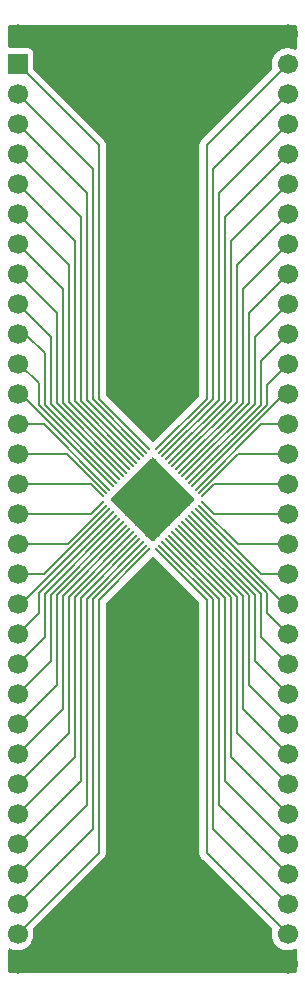
<source format=gtl>
G04 #@! TF.GenerationSoftware,KiCad,Pcbnew,9.0.6*
G04 #@! TF.CreationDate,2026-01-02T14:07:44-06:00*
G04 #@! TF.ProjectId,QFN-60_7x7,51464e2d-3630-45f3-9778-372e6b696361,rev?*
G04 #@! TF.SameCoordinates,Original*
G04 #@! TF.FileFunction,Copper,L1,Top*
G04 #@! TF.FilePolarity,Positive*
%FSLAX46Y46*%
G04 Gerber Fmt 4.6, Leading zero omitted, Abs format (unit mm)*
G04 Created by KiCad (PCBNEW 9.0.6) date 2026-01-02 14:07:44*
%MOMM*%
%LPD*%
G01*
G04 APERTURE LIST*
G04 Aperture macros list*
%AMRoundRect*
0 Rectangle with rounded corners*
0 $1 Rounding radius*
0 $2 $3 $4 $5 $6 $7 $8 $9 X,Y pos of 4 corners*
0 Add a 4 corners polygon primitive as box body*
4,1,4,$2,$3,$4,$5,$6,$7,$8,$9,$2,$3,0*
0 Add four circle primitives for the rounded corners*
1,1,$1+$1,$2,$3*
1,1,$1+$1,$4,$5*
1,1,$1+$1,$6,$7*
1,1,$1+$1,$8,$9*
0 Add four rect primitives between the rounded corners*
20,1,$1+$1,$2,$3,$4,$5,0*
20,1,$1+$1,$4,$5,$6,$7,0*
20,1,$1+$1,$6,$7,$8,$9,0*
20,1,$1+$1,$8,$9,$2,$3,0*%
%AMRotRect*
0 Rectangle, with rotation*
0 The origin of the aperture is its center*
0 $1 length*
0 $2 width*
0 $3 Rotation angle, in degrees counterclockwise*
0 Add horizontal line*
21,1,$1,$2,0,0,$3*%
G04 Aperture macros list end*
G04 #@! TA.AperFunction,HeatsinkPad*
%ADD10C,0.500000*%
G04 #@! TD*
G04 #@! TA.AperFunction,HeatsinkPad*
%ADD11RotRect,3.400000X3.400000X315.000000*%
G04 #@! TD*
G04 #@! TA.AperFunction,SMDPad,CuDef*
%ADD12RoundRect,0.050000X-0.424264X-0.353553X-0.353553X-0.424264X0.424264X0.353553X0.353553X0.424264X0*%
G04 #@! TD*
G04 #@! TA.AperFunction,SMDPad,CuDef*
%ADD13RoundRect,0.050000X-0.424264X0.353553X0.353553X-0.424264X0.424264X-0.353553X-0.353553X0.424264X0*%
G04 #@! TD*
G04 #@! TA.AperFunction,ComponentPad*
%ADD14C,1.700000*%
G04 #@! TD*
G04 #@! TA.AperFunction,ComponentPad*
%ADD15R,1.700000X1.700000*%
G04 #@! TD*
G04 #@! TA.AperFunction,ViaPad*
%ADD16C,0.600000*%
G04 #@! TD*
G04 #@! TA.AperFunction,Conductor*
%ADD17C,0.200000*%
G04 #@! TD*
G04 APERTURE END LIST*
D10*
X138430000Y-122855289D03*
X139455305Y-121829984D03*
X140480610Y-120804679D03*
X137404695Y-121829984D03*
D11*
X138430000Y-120804679D03*
D10*
X138430000Y-120804679D03*
X139455305Y-119779374D03*
X136379390Y-120804679D03*
X137404695Y-119779374D03*
X138430000Y-118754069D03*
D12*
X139031040Y-116243841D03*
X139313883Y-116526683D03*
X139596726Y-116809526D03*
X139879569Y-117092368D03*
X140162411Y-117375210D03*
X140445254Y-117658054D03*
X140728097Y-117940897D03*
X141010939Y-118223740D03*
X141293782Y-118506582D03*
X141576625Y-118789425D03*
X141859469Y-119072268D03*
X142142311Y-119355110D03*
X142425153Y-119637953D03*
X142707996Y-119920796D03*
X142990838Y-120203639D03*
X137828960Y-125365517D03*
X137546117Y-125082675D03*
X137263274Y-124799832D03*
X136980431Y-124516990D03*
X136697589Y-124234148D03*
X136414746Y-123951304D03*
X136131903Y-123668461D03*
X135849061Y-123385618D03*
X135566218Y-123102776D03*
X135283375Y-122819933D03*
X135000531Y-122537090D03*
X134717689Y-122254248D03*
X134434847Y-121971405D03*
X134152004Y-121688562D03*
X133869162Y-121405719D03*
D13*
X133869162Y-120203639D03*
X134152004Y-119920796D03*
X135000531Y-119072268D03*
X136980431Y-117092368D03*
X134717689Y-119355110D03*
X135283375Y-118789425D03*
X135566218Y-118506582D03*
X136131903Y-117940897D03*
X136414746Y-117658054D03*
X136697589Y-117375210D03*
X137546117Y-116526683D03*
X137828960Y-116243841D03*
X134434847Y-119637953D03*
X135849061Y-118223740D03*
X137263274Y-116809526D03*
X142990838Y-121405719D03*
X140728097Y-123668461D03*
X141859469Y-122537090D03*
X139879569Y-124516990D03*
X142425153Y-121971405D03*
X141293782Y-123102776D03*
X140445254Y-123951304D03*
X142142311Y-122254248D03*
X139031040Y-125365517D03*
X141576625Y-122819933D03*
X141010939Y-123385618D03*
X139596726Y-124799832D03*
X142707996Y-121688562D03*
X140162411Y-124234148D03*
X139313883Y-125082675D03*
D14*
X127000000Y-81424250D03*
D15*
X127000000Y-83964250D03*
D14*
X127000000Y-86504250D03*
X127000000Y-89044250D03*
X127000000Y-91584250D03*
X127000000Y-94124250D03*
X127000000Y-96664250D03*
X127000000Y-99204250D03*
X127000000Y-101744250D03*
X127000000Y-104284250D03*
X127000000Y-106824250D03*
X127000000Y-109364250D03*
X127000000Y-111904250D03*
X127000000Y-114444250D03*
X127000000Y-116984250D03*
X127000000Y-119524250D03*
X127000000Y-122064250D03*
X127000000Y-124604250D03*
X127000000Y-127144250D03*
X127000000Y-129684250D03*
X127000000Y-132224250D03*
X127000000Y-134764250D03*
X127000000Y-137304250D03*
X127000000Y-139844250D03*
X127000000Y-142384250D03*
X127000000Y-144924250D03*
X127000000Y-147464250D03*
X127000000Y-150004250D03*
X127000000Y-152544250D03*
X127000000Y-155084250D03*
X127000000Y-157624250D03*
X127000000Y-160164250D03*
X149860000Y-81424250D03*
X149860000Y-83964250D03*
X149860000Y-86504250D03*
X149860000Y-89044250D03*
X149860000Y-91584250D03*
X149860000Y-94124250D03*
X149860000Y-96664250D03*
X149860000Y-99204250D03*
X149860000Y-101744250D03*
X149860000Y-104284250D03*
X149860000Y-106824250D03*
X149860000Y-109364250D03*
X149860000Y-111904250D03*
X149860000Y-114444250D03*
X149860000Y-116984250D03*
X149860000Y-119524250D03*
X149860000Y-122064250D03*
X149860000Y-124604250D03*
X149860000Y-127144250D03*
X149860000Y-129684250D03*
X149860000Y-132224250D03*
X149860000Y-134764250D03*
X149860000Y-137304250D03*
X149860000Y-139844250D03*
X149860000Y-142384250D03*
X149860000Y-144924250D03*
X149860000Y-147464250D03*
X149860000Y-150004250D03*
X149860000Y-152544250D03*
X149860000Y-155084250D03*
X149860000Y-157624250D03*
X149860000Y-160164250D03*
D16*
X138430000Y-147320000D03*
X138430000Y-94361000D03*
X138430000Y-115443000D03*
X138430000Y-126238000D03*
D17*
X143002000Y-150766250D02*
X149860000Y-157624250D01*
X143002000Y-129336477D02*
X143002000Y-150766250D01*
X139031040Y-125365517D02*
X143002000Y-129336477D01*
X143510000Y-148734250D02*
X149860000Y-155084250D01*
X143510000Y-129278792D02*
X143510000Y-148734250D01*
X139313883Y-125082675D02*
X143510000Y-129278792D01*
X144018000Y-129221106D02*
X144018000Y-146702250D01*
X139596726Y-124799832D02*
X144018000Y-129221106D01*
X144018000Y-146702250D02*
X149860000Y-152544250D01*
X144526000Y-129163421D02*
X144526000Y-144670250D01*
X144526000Y-144670250D02*
X149860000Y-150004250D01*
X139879569Y-124516990D02*
X144526000Y-129163421D01*
X145034000Y-129105737D02*
X145034000Y-142638250D01*
X145034000Y-142638250D02*
X149860000Y-147464250D01*
X140162411Y-124234148D02*
X145034000Y-129105737D01*
X145542000Y-140606250D02*
X149860000Y-144924250D01*
X145542000Y-129048050D02*
X145542000Y-140606250D01*
X140445254Y-123951304D02*
X145542000Y-129048050D01*
X146050000Y-138574250D02*
X149860000Y-142384250D01*
X146050000Y-128990364D02*
X146050000Y-138574250D01*
X140728097Y-123668461D02*
X146050000Y-128990364D01*
X146558000Y-136542250D02*
X149860000Y-139844250D01*
X146558000Y-128932679D02*
X146558000Y-136542250D01*
X141010939Y-123385618D02*
X146558000Y-128932679D01*
X147066000Y-134510250D02*
X149860000Y-137304250D01*
X147066000Y-128874994D02*
X147066000Y-134510250D01*
X141293782Y-123102776D02*
X147066000Y-128874994D01*
X147574000Y-132478250D02*
X149860000Y-134764250D01*
X147574000Y-128817308D02*
X147574000Y-132478250D01*
X141576625Y-122819933D02*
X147574000Y-128817308D01*
X148082000Y-130446250D02*
X149860000Y-132224250D01*
X148082000Y-128759621D02*
X148082000Y-130446250D01*
X141859469Y-122537090D02*
X148082000Y-128759621D01*
X149572313Y-129684250D02*
X149860000Y-129684250D01*
X142142311Y-122254248D02*
X149572313Y-129684250D01*
X147597998Y-127144250D02*
X149860000Y-127144250D01*
X142425153Y-121971405D02*
X147597998Y-127144250D01*
X142707996Y-121688562D02*
X145623684Y-124604250D01*
X145623684Y-124604250D02*
X149860000Y-124604250D01*
X143649369Y-122064250D02*
X149860000Y-122064250D01*
X142990838Y-121405719D02*
X143649369Y-122064250D01*
X133858000Y-150766250D02*
X127000000Y-157624250D01*
X133858000Y-129336477D02*
X133858000Y-150766250D01*
X137828960Y-125365517D02*
X133858000Y-129336477D01*
X133350000Y-148734250D02*
X127000000Y-155084250D01*
X133350000Y-129278792D02*
X133350000Y-148734250D01*
X137546117Y-125082675D02*
X133350000Y-129278792D01*
X132842000Y-146702250D02*
X127000000Y-152544250D01*
X132842000Y-129221106D02*
X132842000Y-146702250D01*
X137263274Y-124799832D02*
X132842000Y-129221106D01*
X132334000Y-144670250D02*
X127000000Y-150004250D01*
X132334000Y-129163421D02*
X132334000Y-144670250D01*
X136980431Y-124516990D02*
X132334000Y-129163421D01*
X131826000Y-142638250D02*
X127000000Y-147464250D01*
X131826000Y-129105737D02*
X131826000Y-142638250D01*
X136697589Y-124234148D02*
X131826000Y-129105737D01*
X131318000Y-140606250D02*
X127000000Y-144924250D01*
X131318000Y-129048050D02*
X131318000Y-140606250D01*
X136414746Y-123951304D02*
X131318000Y-129048050D01*
X130810000Y-138574250D02*
X127000000Y-142384250D01*
X130810000Y-128990364D02*
X130810000Y-138574250D01*
X136131903Y-123668461D02*
X130810000Y-128990364D01*
X130302000Y-136542250D02*
X127000000Y-139844250D01*
X135849061Y-123385618D02*
X130302000Y-128932679D01*
X130302000Y-128932679D02*
X130302000Y-136542250D01*
X129794000Y-128874994D02*
X129794000Y-134510250D01*
X135566218Y-123102776D02*
X129794000Y-128874994D01*
X129794000Y-134510250D02*
X127000000Y-137304250D01*
X129286000Y-128817308D02*
X129286000Y-132478250D01*
X129286000Y-132478250D02*
X127000000Y-134764250D01*
X135283375Y-122819933D02*
X129286000Y-128817308D01*
X128778000Y-128759621D02*
X128778000Y-130446250D01*
X135000531Y-122537090D02*
X128778000Y-128759621D01*
X128778000Y-130446250D02*
X127000000Y-132224250D01*
X127287687Y-129684250D02*
X127000000Y-129684250D01*
X134717689Y-122254248D02*
X127287687Y-129684250D01*
X129262002Y-127144250D02*
X127000000Y-127144250D01*
X134434847Y-121971405D02*
X129262002Y-127144250D01*
X131236316Y-124604250D02*
X127000000Y-124604250D01*
X134152004Y-121688562D02*
X131236316Y-124604250D01*
X133210631Y-122064250D02*
X127000000Y-122064250D01*
X133869162Y-121405719D02*
X133210631Y-122064250D01*
X133858000Y-90822250D02*
X127000000Y-83964250D01*
X133858000Y-112272881D02*
X133858000Y-90822250D01*
X137828960Y-116243841D02*
X133858000Y-112272881D01*
X133350000Y-92854250D02*
X127000000Y-86504250D01*
X133350000Y-112330566D02*
X133350000Y-92854250D01*
X137546117Y-116526683D02*
X133350000Y-112330566D01*
X132842000Y-94886250D02*
X127000000Y-89044250D01*
X132842000Y-112388252D02*
X132842000Y-94886250D01*
X137263274Y-116809526D02*
X132842000Y-112388252D01*
X132334000Y-96918250D02*
X127000000Y-91584250D01*
X136980431Y-117092368D02*
X132334000Y-112445937D01*
X132334000Y-112445937D02*
X132334000Y-96918250D01*
X136697589Y-117375210D02*
X131826000Y-112503621D01*
X131826000Y-112503621D02*
X131826000Y-98950250D01*
X131826000Y-98950250D02*
X127000000Y-94124250D01*
X131318000Y-100982250D02*
X127000000Y-96664250D01*
X131318000Y-112561308D02*
X131318000Y-100982250D01*
X136414746Y-117658054D02*
X131318000Y-112561308D01*
X130810000Y-103014250D02*
X127000000Y-99204250D01*
X136131903Y-117940897D02*
X130810000Y-112618994D01*
X130810000Y-112618994D02*
X130810000Y-103014250D01*
X130302000Y-105046250D02*
X127000000Y-101744250D01*
X130302000Y-112676679D02*
X130302000Y-105046250D01*
X135849061Y-118223740D02*
X130302000Y-112676679D01*
X129794000Y-107078250D02*
X127000000Y-104284250D01*
X129794000Y-112734364D02*
X129794000Y-107078250D01*
X135566218Y-118506582D02*
X129794000Y-112734364D01*
X127652250Y-106824250D02*
X127000000Y-106824250D01*
X129286000Y-112792050D02*
X129286000Y-108458000D01*
X135283375Y-118789425D02*
X129286000Y-112792050D01*
X129286000Y-108458000D02*
X127652250Y-106824250D01*
X127144250Y-109364250D02*
X127000000Y-109364250D01*
X128778000Y-110998000D02*
X127144250Y-109364250D01*
X128778000Y-112849737D02*
X128778000Y-110998000D01*
X135000531Y-119072268D02*
X128778000Y-112849737D01*
X134717689Y-119355110D02*
X127266829Y-111904250D01*
X127266829Y-111904250D02*
X127000000Y-111904250D01*
X134434847Y-119637953D02*
X129241144Y-114444250D01*
X129241144Y-114444250D02*
X127000000Y-114444250D01*
X131215458Y-116984250D02*
X127000000Y-116984250D01*
X134152004Y-119920796D02*
X131215458Y-116984250D01*
X133189773Y-119524250D02*
X127000000Y-119524250D01*
X133869162Y-120203639D02*
X133189773Y-119524250D01*
X143002000Y-90822250D02*
X149860000Y-83964250D01*
X143002000Y-112272881D02*
X143002000Y-90822250D01*
X139031040Y-116243841D02*
X143002000Y-112272881D01*
X143510000Y-112330566D02*
X143510000Y-92854250D01*
X139313883Y-116526683D02*
X143510000Y-112330566D01*
X143510000Y-92854250D02*
X149860000Y-86504250D01*
X144018000Y-94886250D02*
X149860000Y-89044250D01*
X144018000Y-112388252D02*
X144018000Y-94886250D01*
X139596726Y-116809526D02*
X144018000Y-112388252D01*
X144526000Y-96918250D02*
X149860000Y-91584250D01*
X144526000Y-112445937D02*
X144526000Y-96918250D01*
X139879569Y-117092368D02*
X144526000Y-112445937D01*
X145034000Y-98950250D02*
X149860000Y-94124250D01*
X145034000Y-112503621D02*
X145034000Y-98950250D01*
X140162411Y-117375210D02*
X145034000Y-112503621D01*
X145542000Y-100982250D02*
X149860000Y-96664250D01*
X145542000Y-112561308D02*
X145542000Y-100982250D01*
X140445254Y-117658054D02*
X145542000Y-112561308D01*
X146050000Y-103014250D02*
X149860000Y-99204250D01*
X146050000Y-112618994D02*
X146050000Y-103014250D01*
X140728097Y-117940897D02*
X146050000Y-112618994D01*
X146558000Y-105046250D02*
X149860000Y-101744250D01*
X146558000Y-112676679D02*
X146558000Y-105046250D01*
X141010939Y-118223740D02*
X146558000Y-112676679D01*
X147066000Y-107078250D02*
X149860000Y-104284250D01*
X147066000Y-112734364D02*
X147066000Y-107078250D01*
X141293782Y-118506582D02*
X147066000Y-112734364D01*
X147574000Y-112792050D02*
X147574000Y-109110250D01*
X141576625Y-118789425D02*
X147574000Y-112792050D01*
X147574000Y-109110250D02*
X149860000Y-106824250D01*
X148082000Y-111142250D02*
X149860000Y-109364250D01*
X148082000Y-112849737D02*
X148082000Y-111142250D01*
X141859469Y-119072268D02*
X148082000Y-112849737D01*
X149593171Y-111904250D02*
X149860000Y-111904250D01*
X142142311Y-119355110D02*
X149593171Y-111904250D01*
X147618856Y-114444250D02*
X149860000Y-114444250D01*
X142425153Y-119637953D02*
X147618856Y-114444250D01*
X145644542Y-116984250D02*
X149860000Y-116984250D01*
X142707996Y-119920796D02*
X145644542Y-116984250D01*
X143670227Y-119524250D02*
X149860000Y-119524250D01*
X142990838Y-120203639D02*
X143670227Y-119524250D01*
G04 #@! TA.AperFunction,Conductor*
G36*
X138473334Y-125672892D02*
G01*
X138517681Y-125701393D01*
X142365181Y-129548893D01*
X142398666Y-129610216D01*
X142401500Y-129636574D01*
X142401500Y-150679580D01*
X142401499Y-150679598D01*
X142401499Y-150845304D01*
X142401498Y-150845304D01*
X142401499Y-150845307D01*
X142442423Y-150998035D01*
X142442424Y-150998036D01*
X142446298Y-151004748D01*
X142446300Y-151004750D01*
X142521477Y-151134962D01*
X142521481Y-151134967D01*
X142640349Y-151253835D01*
X142640355Y-151253840D01*
X148526241Y-157139726D01*
X148559726Y-157201049D01*
X148556492Y-157265723D01*
X148542753Y-157308007D01*
X148509500Y-157517963D01*
X148509500Y-157730536D01*
X148542753Y-157940489D01*
X148608444Y-158142664D01*
X148704951Y-158332070D01*
X148829890Y-158504036D01*
X148980213Y-158654359D01*
X149152179Y-158779298D01*
X149152181Y-158779299D01*
X149152184Y-158779301D01*
X149341588Y-158875807D01*
X149543757Y-158941496D01*
X149753713Y-158974750D01*
X149753714Y-158974750D01*
X149966286Y-158974750D01*
X149966287Y-158974750D01*
X150176243Y-158941496D01*
X150378412Y-158875807D01*
X150449205Y-158839735D01*
X150517874Y-158826840D01*
X150582614Y-158853116D01*
X150622872Y-158910222D01*
X150629500Y-158950221D01*
X150629500Y-160792500D01*
X150609815Y-160859539D01*
X150557011Y-160905294D01*
X150505500Y-160916500D01*
X126354500Y-160916500D01*
X126287461Y-160896815D01*
X126241706Y-160844011D01*
X126230500Y-160792500D01*
X126230500Y-158950221D01*
X126250185Y-158883182D01*
X126302989Y-158837427D01*
X126372147Y-158827483D01*
X126410793Y-158839735D01*
X126481588Y-158875807D01*
X126683757Y-158941496D01*
X126893713Y-158974750D01*
X126893714Y-158974750D01*
X127106286Y-158974750D01*
X127106287Y-158974750D01*
X127316243Y-158941496D01*
X127518412Y-158875807D01*
X127707816Y-158779301D01*
X127729789Y-158763336D01*
X127879786Y-158654359D01*
X127879788Y-158654356D01*
X127879792Y-158654354D01*
X128030104Y-158504042D01*
X128030106Y-158504038D01*
X128030109Y-158504036D01*
X128155048Y-158332070D01*
X128155047Y-158332070D01*
X128155051Y-158332066D01*
X128251557Y-158142662D01*
X128317246Y-157940493D01*
X128350500Y-157730537D01*
X128350500Y-157517963D01*
X128317246Y-157308007D01*
X128303506Y-157265723D01*
X128301512Y-157195885D01*
X128333755Y-157139728D01*
X134338520Y-151134966D01*
X134417577Y-150998034D01*
X134458501Y-150845307D01*
X134458501Y-150687192D01*
X134458501Y-150679589D01*
X134458500Y-150679579D01*
X134458500Y-129636574D01*
X134478185Y-129569535D01*
X134494819Y-129548893D01*
X138342319Y-125701393D01*
X138403642Y-125667908D01*
X138473334Y-125672892D01*
G37*
G04 #@! TD.AperFunction*
G04 #@! TA.AperFunction,Conductor*
G36*
X138443825Y-117256212D02*
G01*
X138473334Y-117258323D01*
X138478938Y-117261924D01*
X138483586Y-117262681D01*
X138512920Y-117282308D01*
X138515364Y-117284506D01*
X138601545Y-117370687D01*
X138671609Y-117425728D01*
X138673111Y-117426380D01*
X138680817Y-117433311D01*
X138695406Y-117448905D01*
X138729604Y-117492436D01*
X138752722Y-117521864D01*
X138752724Y-117521866D01*
X138752728Y-117521871D01*
X138884379Y-117653522D01*
X138884383Y-117653525D01*
X138884388Y-117653530D01*
X138954452Y-117708571D01*
X138954453Y-117708571D01*
X138957346Y-117710844D01*
X138978253Y-117731752D01*
X139035566Y-117804708D01*
X139167228Y-117936370D01*
X139240186Y-117993685D01*
X139261093Y-118014591D01*
X139263366Y-118017484D01*
X139318407Y-118087548D01*
X139318409Y-118087550D01*
X139318413Y-118087555D01*
X139450070Y-118219212D01*
X139523027Y-118276526D01*
X139543934Y-118297433D01*
X139601251Y-118370394D01*
X139732913Y-118502056D01*
X139805870Y-118559370D01*
X139826777Y-118580276D01*
X139860975Y-118623807D01*
X139884093Y-118653235D01*
X139884095Y-118653237D01*
X139884099Y-118653242D01*
X140015756Y-118784899D01*
X140088713Y-118842213D01*
X140109621Y-118863120D01*
X140111893Y-118866012D01*
X140111894Y-118866014D01*
X140166935Y-118936078D01*
X140166938Y-118936081D01*
X140166942Y-118936086D01*
X140298592Y-119067736D01*
X140298596Y-119067739D01*
X140298601Y-119067744D01*
X140368665Y-119122785D01*
X140368666Y-119122785D01*
X140371559Y-119125058D01*
X140392466Y-119145966D01*
X140449779Y-119218922D01*
X140581441Y-119350584D01*
X140654398Y-119407898D01*
X140675305Y-119428804D01*
X140709503Y-119472335D01*
X140732621Y-119501763D01*
X140732623Y-119501765D01*
X140732627Y-119501770D01*
X140864278Y-119633421D01*
X140864282Y-119633424D01*
X140864287Y-119633429D01*
X140934351Y-119688470D01*
X140934352Y-119688470D01*
X140937245Y-119690743D01*
X140958152Y-119711651D01*
X141015466Y-119784608D01*
X141147128Y-119916270D01*
X141220086Y-119973585D01*
X141240993Y-119994491D01*
X141243266Y-119997384D01*
X141298307Y-120067448D01*
X141298309Y-120067450D01*
X141298313Y-120067455D01*
X141429970Y-120199112D01*
X141502927Y-120256426D01*
X141523835Y-120277333D01*
X141526107Y-120280225D01*
X141526108Y-120280227D01*
X141581149Y-120350291D01*
X141581152Y-120350294D01*
X141581156Y-120350299D01*
X141712812Y-120481955D01*
X141785769Y-120539269D01*
X141801364Y-120553858D01*
X141808298Y-120561568D01*
X141808951Y-120563070D01*
X141863992Y-120633134D01*
X141950172Y-120719314D01*
X141952371Y-120721759D01*
X141966109Y-120750428D01*
X141981340Y-120778321D01*
X141981097Y-120781706D01*
X141982565Y-120784768D01*
X141978623Y-120816310D01*
X141976356Y-120848013D01*
X141974252Y-120851286D01*
X141973901Y-120854098D01*
X141967572Y-120861680D01*
X141947855Y-120892360D01*
X141863998Y-120976216D01*
X141806678Y-121049181D01*
X141785772Y-121070087D01*
X141712807Y-121127407D01*
X141581154Y-121259060D01*
X141523830Y-121332028D01*
X141502925Y-121352933D01*
X141429965Y-121410250D01*
X141298313Y-121541902D01*
X141240993Y-121614866D01*
X141220087Y-121635772D01*
X141147123Y-121693092D01*
X141015471Y-121824744D01*
X140958152Y-121897707D01*
X140937246Y-121918613D01*
X140864279Y-121975935D01*
X140732627Y-122107587D01*
X140675307Y-122180552D01*
X140654401Y-122201458D01*
X140581436Y-122258778D01*
X140449784Y-122390430D01*
X140392467Y-122463390D01*
X140371562Y-122484295D01*
X140298594Y-122541619D01*
X140166940Y-122673273D01*
X140109616Y-122746241D01*
X140088711Y-122767146D01*
X140015751Y-122824463D01*
X139884099Y-122956115D01*
X139826779Y-123029080D01*
X139805873Y-123049986D01*
X139732908Y-123107306D01*
X139601256Y-123238958D01*
X139543934Y-123311925D01*
X139523028Y-123332831D01*
X139450065Y-123390150D01*
X139318413Y-123521802D01*
X139261093Y-123594766D01*
X139240187Y-123615672D01*
X139167223Y-123672992D01*
X139035571Y-123804644D01*
X138978254Y-123877604D01*
X138957349Y-123898509D01*
X138884381Y-123955833D01*
X138752728Y-124087486D01*
X138695408Y-124160451D01*
X138680819Y-124176045D01*
X138673110Y-124182977D01*
X138671609Y-124183630D01*
X138601545Y-124238671D01*
X138515364Y-124324851D01*
X138512920Y-124327050D01*
X138484250Y-124340788D01*
X138456358Y-124356019D01*
X138452972Y-124355776D01*
X138449911Y-124357244D01*
X138418368Y-124353302D01*
X138386666Y-124351035D01*
X138383392Y-124348931D01*
X138380581Y-124348580D01*
X138372998Y-124342251D01*
X138342319Y-124322534D01*
X138258462Y-124238677D01*
X138258457Y-124238673D01*
X138258455Y-124238671D01*
X138229027Y-124215553D01*
X138185496Y-124181355D01*
X138164590Y-124160448D01*
X138107276Y-124087491D01*
X137975620Y-123955835D01*
X137975615Y-123955831D01*
X137975612Y-123955828D01*
X137905548Y-123900787D01*
X137905546Y-123900786D01*
X137902654Y-123898514D01*
X137881747Y-123877606D01*
X137824433Y-123804649D01*
X137692776Y-123672992D01*
X137692771Y-123672988D01*
X137692769Y-123672986D01*
X137622705Y-123617945D01*
X137619812Y-123615672D01*
X137598906Y-123594765D01*
X137541591Y-123521807D01*
X137409929Y-123390145D01*
X137336972Y-123332831D01*
X137316064Y-123311924D01*
X137284497Y-123271741D01*
X137258750Y-123238966D01*
X137258745Y-123238961D01*
X137258742Y-123238957D01*
X137127091Y-123107306D01*
X137127086Y-123107302D01*
X137127084Y-123107300D01*
X137097656Y-123084182D01*
X137054125Y-123049984D01*
X137033219Y-123029077D01*
X136975905Y-122956120D01*
X136844243Y-122824458D01*
X136771287Y-122767145D01*
X136750379Y-122746238D01*
X136748106Y-122743344D01*
X136693065Y-122673280D01*
X136693060Y-122673275D01*
X136693057Y-122673271D01*
X136561407Y-122541621D01*
X136561402Y-122541617D01*
X136561399Y-122541614D01*
X136491335Y-122486573D01*
X136491333Y-122486572D01*
X136488441Y-122484300D01*
X136467534Y-122463392D01*
X136410220Y-122390435D01*
X136278563Y-122258778D01*
X136278558Y-122258774D01*
X136278556Y-122258772D01*
X136249128Y-122235654D01*
X136205597Y-122201456D01*
X136184691Y-122180549D01*
X136127377Y-122107592D01*
X135995715Y-121975930D01*
X135922754Y-121918613D01*
X135901847Y-121897706D01*
X135844533Y-121824749D01*
X135712876Y-121693092D01*
X135712871Y-121693088D01*
X135712869Y-121693086D01*
X135642805Y-121638045D01*
X135639912Y-121635772D01*
X135619006Y-121614865D01*
X135561691Y-121541907D01*
X135430029Y-121410245D01*
X135357073Y-121352932D01*
X135336165Y-121332025D01*
X135333892Y-121329131D01*
X135278851Y-121259067D01*
X135278846Y-121259062D01*
X135278843Y-121259058D01*
X135147192Y-121127407D01*
X135147187Y-121127403D01*
X135147185Y-121127401D01*
X135117757Y-121104283D01*
X135074226Y-121070085D01*
X135058632Y-121055496D01*
X135051701Y-121047790D01*
X135051049Y-121046288D01*
X134996008Y-120976224D01*
X134909827Y-120890043D01*
X134907629Y-120887599D01*
X134893890Y-120858929D01*
X134878660Y-120831037D01*
X134878902Y-120827651D01*
X134877435Y-120824590D01*
X134881376Y-120793047D01*
X134883644Y-120761345D01*
X134885747Y-120758071D01*
X134886099Y-120755260D01*
X134892427Y-120747677D01*
X134912145Y-120716998D01*
X134996003Y-120633139D01*
X134996004Y-120633138D01*
X134996008Y-120633134D01*
X135051049Y-120563070D01*
X135051050Y-120563067D01*
X135053320Y-120560178D01*
X135074229Y-120539269D01*
X135077118Y-120536999D01*
X135077121Y-120536998D01*
X135147185Y-120481957D01*
X135278851Y-120350291D01*
X135333892Y-120280227D01*
X135333893Y-120280223D01*
X135336165Y-120277332D01*
X135357074Y-120256424D01*
X135359961Y-120254155D01*
X135359963Y-120254155D01*
X135430027Y-120199114D01*
X135561693Y-120067448D01*
X135616734Y-119997384D01*
X135616736Y-119997378D01*
X135619003Y-119994493D01*
X135639914Y-119973582D01*
X135642799Y-119971315D01*
X135642805Y-119971313D01*
X135712869Y-119916272D01*
X135844535Y-119784606D01*
X135899576Y-119714542D01*
X135899576Y-119714539D01*
X135901844Y-119711654D01*
X135922752Y-119690745D01*
X135925646Y-119688471D01*
X135925649Y-119688470D01*
X135995713Y-119633429D01*
X136127379Y-119501763D01*
X136182420Y-119431699D01*
X136182421Y-119431696D01*
X136184691Y-119428807D01*
X136205600Y-119407898D01*
X136208489Y-119405628D01*
X136208492Y-119405627D01*
X136278556Y-119350586D01*
X136410222Y-119218920D01*
X136465263Y-119148856D01*
X136465263Y-119148854D01*
X136467532Y-119145967D01*
X136488440Y-119125058D01*
X136491331Y-119122786D01*
X136491335Y-119122785D01*
X136561399Y-119067744D01*
X136693065Y-118936078D01*
X136748106Y-118866014D01*
X136748107Y-118866010D01*
X136750379Y-118863119D01*
X136771288Y-118842211D01*
X136774175Y-118839942D01*
X136774177Y-118839942D01*
X136844241Y-118784901D01*
X136975907Y-118653235D01*
X137030948Y-118583171D01*
X137030949Y-118583168D01*
X137033219Y-118580279D01*
X137054128Y-118559370D01*
X137057017Y-118557100D01*
X137057020Y-118557099D01*
X137127084Y-118502058D01*
X137258750Y-118370392D01*
X137313791Y-118300328D01*
X137313792Y-118300325D01*
X137316066Y-118297431D01*
X137336975Y-118276523D01*
X137339860Y-118274255D01*
X137339863Y-118274255D01*
X137409927Y-118219214D01*
X137541593Y-118087548D01*
X137596634Y-118017484D01*
X137596636Y-118017478D01*
X137598903Y-118014593D01*
X137619814Y-117993682D01*
X137622699Y-117991415D01*
X137622705Y-117991413D01*
X137692769Y-117936372D01*
X137824435Y-117804706D01*
X137879476Y-117734642D01*
X137879476Y-117734640D01*
X137881745Y-117731753D01*
X137902653Y-117710844D01*
X137905544Y-117708572D01*
X137905548Y-117708571D01*
X137975612Y-117653530D01*
X138107278Y-117521864D01*
X138162319Y-117451800D01*
X138162320Y-117451797D01*
X138164590Y-117448908D01*
X138185499Y-117427999D01*
X138188388Y-117425729D01*
X138188391Y-117425728D01*
X138258455Y-117370687D01*
X138258460Y-117370682D01*
X138342319Y-117286824D01*
X138347352Y-117284075D01*
X138350542Y-117279308D01*
X138377680Y-117267515D01*
X138403642Y-117253339D01*
X138409362Y-117253748D01*
X138414623Y-117251462D01*
X138443825Y-117256212D01*
G37*
G04 #@! TD.AperFunction*
G04 #@! TA.AperFunction,Conductor*
G36*
X150572539Y-80657185D02*
G01*
X150618294Y-80709989D01*
X150629500Y-80761500D01*
X150629500Y-82638278D01*
X150609815Y-82705317D01*
X150557011Y-82751072D01*
X150487853Y-82761016D01*
X150449206Y-82748763D01*
X150378417Y-82712695D01*
X150378414Y-82712694D01*
X150378412Y-82712693D01*
X150176243Y-82647004D01*
X150176241Y-82647003D01*
X150176240Y-82647003D01*
X150014957Y-82621458D01*
X149966287Y-82613750D01*
X149753713Y-82613750D01*
X149705042Y-82621458D01*
X149543760Y-82647003D01*
X149341585Y-82712694D01*
X149152179Y-82809201D01*
X148980213Y-82934140D01*
X148829890Y-83084463D01*
X148704951Y-83256429D01*
X148608444Y-83445835D01*
X148542753Y-83648010D01*
X148509500Y-83857963D01*
X148509500Y-84070536D01*
X148542754Y-84280494D01*
X148542754Y-84280497D01*
X148556491Y-84322773D01*
X148558486Y-84392614D01*
X148526241Y-84448772D01*
X142633286Y-90341728D01*
X142521481Y-90453532D01*
X142521479Y-90453535D01*
X142471361Y-90540344D01*
X142471359Y-90540346D01*
X142442425Y-90590459D01*
X142442424Y-90590460D01*
X142426544Y-90649722D01*
X142401499Y-90743193D01*
X142401499Y-90743194D01*
X142401499Y-90743195D01*
X142401499Y-90911296D01*
X142401500Y-90911309D01*
X142401500Y-111972784D01*
X142381815Y-112039823D01*
X142365181Y-112060465D01*
X138517681Y-115907965D01*
X138456358Y-115941450D01*
X138386666Y-115936466D01*
X138342319Y-115907965D01*
X134494819Y-112060465D01*
X134461334Y-111999142D01*
X134458500Y-111972784D01*
X134458500Y-90911310D01*
X134458501Y-90911297D01*
X134458501Y-90743194D01*
X134417576Y-90590464D01*
X134417573Y-90590459D01*
X134338524Y-90453540D01*
X134338521Y-90453536D01*
X134338520Y-90453534D01*
X131499471Y-87614485D01*
X128386818Y-84501832D01*
X128353333Y-84440509D01*
X128350499Y-84414151D01*
X128350499Y-83066379D01*
X128350498Y-83066373D01*
X128344091Y-83006766D01*
X128293797Y-82871921D01*
X128293793Y-82871914D01*
X128207547Y-82756705D01*
X128207544Y-82756702D01*
X128092335Y-82670456D01*
X128092328Y-82670452D01*
X127957482Y-82620158D01*
X127957483Y-82620158D01*
X127897883Y-82613751D01*
X127897881Y-82613750D01*
X127897873Y-82613750D01*
X127897865Y-82613750D01*
X126354500Y-82613750D01*
X126287461Y-82594065D01*
X126241706Y-82541261D01*
X126230500Y-82489750D01*
X126230500Y-80761500D01*
X126250185Y-80694461D01*
X126302989Y-80648706D01*
X126354500Y-80637500D01*
X150505500Y-80637500D01*
X150572539Y-80657185D01*
G37*
G04 #@! TD.AperFunction*
M02*

</source>
